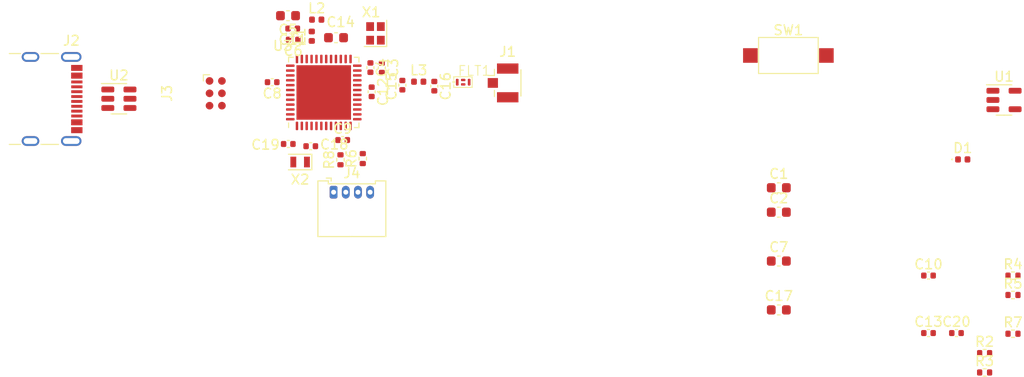
<source format=kicad_pcb>
(kicad_pcb (version 20221018) (generator pcbnew)
  (layers (0 "F.Cu" signal) (1 "In1.Cu" signal) (2 "In2.Cu" signal) (31 "B.Cu" signal) (34 "B.Paste" user) (35 "F.Paste" user) (36 "B.SilkS" user "B.Silkscreen") (37 "F.SilkS" user "F.Silkscreen") (38 "B.Mask" user) (39 "F.Mask" user) (44 "Edge.Cuts" user))
  (net 0 "")
  (net 1 "GND")
  (net 2 "+3.3V")
  (net 3 "/SMPSFB")
  (net 4 "Net-(U3-RF1)")
  (net 5 "Net-(FLT1-IN)")
  (net 6 "/NRST")
  (net 7 "/LSE_OUT")
  (net 8 "/LSE_IN")
  (net 9 "/BOOT0")
  (net 10 "Net-(D1-K)")
  (net 11 "Net-(D1-A)")
  (net 12 "Net-(FLT1-OUT)")
  (net 13 "Net-(J2-CC1)")
  (net 14 "Net-(J2-D+-PadA6)")
  (net 15 "Net-(J2-D--PadA7)")
  (net 17 "Net-(J2-CC2)")
  (net 19 "Net-(J3-SWDIO)")
  (net 20 "Net-(J3-SWCLK)")
  (net 21 "Net-(J3-SWO)")
  (net 22 "Net-(J4-Pin_2)")
  (net 23 "Net-(J4-Pin_3)")
  (net 24 "Net-(U3-VLXSMPS)")
  (net 25 "Net-(L1-Pad2)")
  (net 26 "/HSE_OUT")
  (net 27 "Net-(R5-Pad2)")
  (net 28 "/UART_RX")
  (net 29 "/UART_TX")
  (net 31 "/USB_D+")
  (net 32 "/USB_D-")
  (net 43 "/HSE_IN")
  (net 54 "Net-(U1-EN)")
  (footprint "Resistor_SMD:R_0402_1005Metric" (layer "F.Cu") (at 146.9624 100.2958)
    (fp_text reference "R7" (at 0 -1.17) (layer "F.SilkS"))
    (fp_text value "5K1")
    (fp_line (start -0.153641 -0.38) (end 0.153641 -0.38) (stroke (width 0.12)) (layer "F.SilkS"))
    (fp_line (start -0.153641 0.38) (end 0.153641 0.38) (stroke (width 0.12)) (layer "F.SilkS"))
    (pad "1" smd roundrect (at -0.51 0) (size 0.54 0.64) (layers "F.Cu" "F.Paste" "F.Mask") (net 9 "/BOOT0"))
    (pad "2" smd roundrect (at 0.51 0) (size 0.54 0.64) (layers "F.Cu" "F.Paste" "F.Mask") (net 1 "GND"))
  )
  (footprint "Connector_USB:USB_C_Receptacle_GCT_USB4105-xx-A_16P_TopMnt_Horizontal" (layer "F.Cu") (at 47.2186 76.1746 -90)
    (fp_text reference "J2" (at -5.9944 -3.1242 unlocked) (layer "F.SilkS"))
    (fp_text value "USB_C_Receptacle_USB2.0")
    (fp_line (start -4.67 0) (end -4.67 -1.8) (stroke (width 0.12)) (layer "F.SilkS"))
    (fp_line (start -4.67 2.1) (end -4.67 3.25) (stroke (width 0.12)) (layer "F.SilkS"))
    (fp_line (start 4.67 0) (end 4.67 -1.8) (stroke (width 0.12)) (layer "F.SilkS"))
    (fp_line (start 4.67 2.1) (end 4.67 3.25) (stroke (width 0.12)) (layer "F.SilkS"))
    (pad "" np_thru_hole circle (at -2.89 -2.605 270) (size 0.65 0.65) (drill 0.65) (layers "F&B.Cu" "*.Mask"))
    (pad "" np_thru_hole circle (at 2.89 -2.605 270) (size 0.65 0.65) (drill 0.65) (layers "F&B.Cu" "*.Mask"))
    (pad "A1" smd rect (at -3.2 -3.68 270) (size 0.6 1.15) (layers "F.Cu" "F.Paste" "F.Mask") (net 1 "GND"))
    (pad "A4" smd rect (at -2.4 -3.68 270) (size 0.6 1.15) (layers "F.Cu" "F.Paste" "F.Mask") (net 54 "Net-(U1-EN)"))
    (pad "A5" smd rect (at -1.25 -3.68 270) (size 0.3 1.15) (layers "F.Cu" "F.Paste" "F.Mask") (net 13 "Net-(J2-CC1)"))
    (pad "A6" smd rect (at -0.25 -3.68 270) (size 0.3 1.15) (layers "F.Cu" "F.Paste" "F.Mask") (net 14 "Net-(J2-D+-PadA6)"))
    (pad "A7" smd rect (at 0.25 -3.68 270) (size 0.3 1.15) (layers "F.Cu" "F.Paste" "F.Mask") (net 15 "Net-(J2-D--PadA7)"))
    (pad "A8" smd rect (at 1.25 -3.68 270) (size 0.3 1.15) (layers "F.Cu" "F.Paste" "F.Mask"))
    (pad "A9" smd rect (at 2.4 -3.68 270) (size 0.6 1.15) (layers "F.Cu" "F.Paste" "F.Mask") (net 54 "Net-(U1-EN)"))
    (pad "A12" smd rect (at 3.2 -3.68 270) (size 0.6 1.15) (layers "F.Cu" "F.Paste" "F.Mask") (net 1 "GND"))
    (pad "B1" smd rect (at 3.2 -3.68 270) (size 0.6 1.15) (layers "F.Cu" "F.Paste" "F.Mask") (net 1 "GND"))
    (pad "B4" smd rect (at 2.4 -3.68 270) (size 0.6 1.15) (layers "F.Cu" "F.Paste" "F.Mask") (net 54 "Net-(U1-EN)"))
    (pad "B5" smd rect (at 1.75 -3.68 270) (size 0.3 1.15) (layers "F.Cu" "F.Paste" "F.Mask") (net 17 "Net-(J2-CC2)"))
    (pad "B6" smd rect (at 0.75 -3.68 270) (size 0.3 1.15) (layers "F.Cu" "F.Paste" "F.Mask") (net 14 "Net-(J2-D+-PadA6)"))
    (pad "B7" smd rect (at -0.75 -3.68 270) (size 0.3 1.15) (layers "F.Cu" "F.Paste" "F.Mask") (net 15 "Net-(J2-D--PadA7)"))
    (pad "B8" smd rect (at -1.75 -3.68 270) (size 0.3 1.15) (layers "F.Cu" "F.Paste" "F.Mask"))
    (pad "B9" smd rect (at -2.4 -3.68 270) (size 0.6 1.15) (layers "F.Cu" "F.Paste" "F.Mask") (net 54 "Net-(U1-EN)"))
    (pad "B12" smd rect (at -3.2 -3.68 270) (size 0.6 1.15) (layers "F.Cu" "F.Paste" "F.Mask") (net 1 "GND"))
    (pad "S1" thru_hole oval (at -4.32 -3.105 270) (size 1 2.1) (drill oval 0.6 1.7) (layers "*.Cu" "*.Mask") (net 1 "GND"))
    (pad "S1" thru_hole oval (at -4.32 1.075 270) (size 1 1.8) (drill oval 0.6 1.4) (layers "*.Cu" "*.Mask") (net 1 "GND"))
    (pad "S1" thru_hole oval (at 4.32 -3.105 270) (size 1 2.1) (drill oval 0.6 1.7) (layers "*.Cu" "*.Mask") (net 1 "GND"))
    (pad "S1" thru_hole oval (at 4.32 1.075 270) (size 1 1.8) (drill oval 0.6 1.4) (layers "*.Cu" "*.Mask") (net 1 "GND"))
  )
  (footprint "Inductor_SMD:L_0402_1005Metric" (layer "F.Cu") (at 85.9814 74.3966)
    (fp_text reference "L3" (at 0 -1.17) (layer "F.SilkS"))
    (fp_text value "2n7")
    (pad "1" smd roundrect (at -0.485 0) (size 0.59 0.64) (layers "F.Cu" "F.Paste" "F.Mask") (net 4 "Net-(U3-RF1)"))
    (pad "2" smd roundrect (at 0.485 0) (size 0.59 0.64) (layers "F.Cu" "F.Paste" "F.Mask") (net 5 "Net-(FLT1-IN)"))
  )
  (footprint "Capacitor_SMD:C_0603_1608Metric" (layer "F.Cu") (at 122.9324 85.2958)
    (fp_text reference "C1" (at 0 -1.43) (layer "F.SilkS"))
    (fp_text value "4u7")
    (fp_line (start -0.14058 -0.51) (end 0.14058 -0.51) (stroke (width 0.12)) (layer "F.SilkS"))
    (fp_line (start -0.14058 0.51) (end 0.14058 0.51) (stroke (width 0.12)) (layer "F.SilkS"))
    (pad "1" smd roundrect (at -0.775 0) (size 0.9 0.95) (layers "F.Cu" "F.Paste" "F.Mask") (net 54 "Net-(U1-EN)"))
    (pad "2" smd roundrect (at 0.775 0) (size 0.9 0.95) (layers "F.Cu" "F.Paste" "F.Mask") (net 1 "GND"))
  )
  (footprint "Capacitor_SMD:C_0603_1608Metric" (layer "F.Cu") (at 77.4954 69.8754)
    (fp_text reference "C14" (at 0.4826 -1.6002) (layer "F.SilkS"))
    (fp_text value "4u7")
    (fp_line (start -0.14058 -0.51) (end 0.14058 -0.51) (stroke (width 0.12)) (layer "F.SilkS"))
    (fp_line (start -0.14058 0.51) (end 0.14058 0.51) (stroke (width 0.12)) (layer "F.SilkS"))
    (pad "1" smd roundrect (at -0.775 0) (size 0.9 0.95) (layers "F.Cu" "F.Paste" "F.Mask") (net 3 "/SMPSFB"))
    (pad "2" smd roundrect (at 0.775 0) (size 0.9 0.95) (layers "F.Cu" "F.Paste" "F.Mask") (net 1 "GND"))
  )
  (footprint "Capacitor_SMD:C_0402_1005Metric" (layer "F.Cu") (at 73.0504 68.9356 180)
    (fp_text reference "C11" (at 0 -1.16) (layer "F.SilkS"))
    (fp_text value "100nf")
    (fp_line (start -0.107836 -0.36) (end 0.107836 -0.36) (stroke (width 0.12)) (layer "F.SilkS"))
    (fp_line (start -0.107836 0.36) (end 0.107836 0.36) (stroke (width 0.12)) (layer "F.SilkS"))
    (pad "1" smd roundrect (at -0.48 0 180) (size 0.56 0.62) (layers "F.Cu" "F.Paste" "F.Mask") (net 2 "+3.3V"))
    (pad "2" smd roundrect (at 0.48 0 180) (size 0.56 0.62) (layers "F.Cu" "F.Paste" "F.Mask") (net 1 "GND"))
  )
  (footprint "Resistor_SMD:R_0402_1005Metric" (layer "F.Cu") (at 144.0524 102.2858)
    (fp_text reference "R2" (at 0 -1.17) (layer "F.SilkS"))
    (fp_text value "220")
    (fp_line (start -0.153641 -0.38) (end 0.153641 -0.38) (stroke (width 0.12)) (layer "F.SilkS"))
    (fp_line (start -0.153641 0.38) (end 0.153641 0.38) (stroke (width 0.12)) (layer "F.SilkS"))
    (pad "1" smd roundrect (at -0.51 0) (size 0.54 0.64) (layers "F.Cu" "F.Paste" "F.Mask") (net 1 "GND"))
    (pad "2" smd roundrect (at 0.51 0) (size 0.54 0.64) (layers "F.Cu" "F.Paste" "F.Mask") (net 10 "Net-(D1-K)"))
  )
  (footprint "Resistor_SMD:R_0402_1005Metric" (layer "F.Cu") (at 144.0524 104.2758)
    (fp_text reference "R3" (at 0 -1.17) (layer "F.SilkS"))
    (fp_text value "5K1")
    (fp_line (start -0.153641 -0.38) (end 0.153641 -0.38) (stroke (width 0.12)) (layer "F.SilkS"))
    (fp_line (start -0.153641 0.38) (end 0.153641 0.38) (stroke (width 0.12)) (layer "F.SilkS"))
    (pad "1" smd roundrect (at -0.51 0) (size 0.54 0.64) (layers "F.Cu" "F.Paste" "F.Mask") (net 17 "Net-(J2-CC2)"))
    (pad "2" smd roundrect (at 0.51 0) (size 0.54 0.64) (layers "F.Cu" "F.Paste" "F.Mask") (net 1 "GND"))
  )
  (footprint "Crystal:Crystal_SMD_2016-4Pin_2.0x1.6mm" (layer "F.Cu") (at 81.5428 69.4324 90)
    (fp_text reference "X1" (at 2.1732 -0.4406 180) (layer "F.SilkS"))
    (fp_text value "32MHz")
    (fp_line (start -1.35 -1.15) (end -1.35 1.15) (stroke (width 0.12)) (layer "F.SilkS"))
    (fp_line (start -1.35 1.15) (end 1.35 1.15) (stroke (width 0.12)) (layer "F.SilkS"))
    (pad "1" smd rect (at -0.7 0.55 90) (size 0.9 0.8) (layers "F.Cu" "F.Paste" "F.Mask") (net 26 "/HSE_OUT"))
    (pad "2" smd rect (at 0.7 0.55 90) (size 0.9 0.8) (layers "F.Cu" "F.Paste" "F.Mask") (net 1 "GND"))
    (pad "3" smd rect (at 0.7 -0.55 90) (size 0.9 0.8) (layers "F.Cu" "F.Paste" "F.Mask") (net 43 "/HSE_IN"))
    (pad "4" smd rect (at -0.7 -0.55 90) (size 0.9 0.8) (layers "F.Cu" "F.Paste" "F.Mask") (net 1 "GND"))
  )
  (footprint "Capacitor_SMD:C_0402_1005Metric" (layer "F.Cu") (at 138.2924 94.3158)
    (fp_text reference "C10" (at 0 -1.16) (layer "F.SilkS"))
    (fp_text value "100nf")
    (fp_line (start -0.107836 -0.36) (end 0.107836 -0.36) (stroke (width 0.12)) (layer "F.SilkS"))
    (fp_line (start -0.107836 0.36) (end 0.107836 0.36) (stroke (width 0.12)) (layer "F.SilkS"))
    (pad "1" smd roundrect (at -0.48 0) (size 0.56 0.62) (layers "F.Cu" "F.Paste" "F.Mask") (net 2 "+3.3V"))
    (pad "2" smd roundrect (at 0.48 0) (size 0.56 0.62) (layers "F.Cu" "F.Paste" "F.Mask") (net 1 "GND"))
  )
  (footprint "Capacitor_SMD:C_0402_1005Metric" (layer "F.Cu") (at 73.1012 70.0786 180)
    (fp_text reference "C6" (at 0 -1.16) (layer "F.SilkS"))
    (fp_text value "100nf")
    (fp_line (start -0.107836 -0.36) (end 0.107836 -0.36) (stroke (width 0.12)) (layer "F.SilkS"))
    (fp_line (start -0.107836 0.36) (end 0.107836 0.36) (stroke (width 0.12)) (layer "F.SilkS"))
    (pad "1" smd roundrect (at -0.48 0 180) (size 0.56 0.62) (layers "F.Cu" "F.Paste" "F.Mask") (net 2 "+3.3V"))
    (pad "2" smd roundrect (at 0.48 0 180) (size 0.56 0.62) (layers "F.Cu" "F.Paste" "F.Mask") (net 1 "GND"))
  )
  (footprint "DLF162500LT-5028A1_Library:DLF162500LT-5028A1" (layer "F.Cu") (at 90.5451 74.4474)
    (fp_text reference "FLT1" (at 1.143 -1.1684 unlocked) (layer "F.SilkS") (effects (font (thickness 0.1))))
    (fp_text value "DLF162500LT-5028A1")
    (fp_line (start -0.9906 -0.5588) (end 0.9144 -0.5588) (stroke (width 0.1)) (layer "F.SilkS"))
    (fp_line (start -0.9652 -0.2667) (end -0.9652 -0.5461) (stroke (width 0.1)) (layer "F.SilkS"))
    (fp_line (start -0.9652 0.5334) (end -0.9652 0.254) (stroke (width 0.1)) (layer "F.SilkS"))
    (fp_line (start 0.9144 -0.5588) (end 0.9144 0.508) (stroke (width 0.1)) (layer "F.SilkS"))
    (fp_line (start 0.9398 0.5334) (end -0.9652 0.5334) (stroke (width 0.1)) (layer "F.SilkS"))
    (fp_circle (center -0.9652 -0.0254) (end -1.016 -0.1016) (stroke (width 0.1)) (fill none) (layer "F.SilkS"))
    (pad "1" smd roundrect (at -0.6125 0) (size 0.275 0.7) (layers "F.Cu" "F.Paste" "F.Mask") (net 5 "Net-(FLT1-IN)"))
    (pad "2" smd roundrect (at 0 -0.2275) (size 0.45 0.245) (layers "F.Cu" "F.Paste" "F.Mask") (net 1 "GND"))
    (pad "3" smd roundrect (at 0.6125 0) (size 0.275 0.7) (layers "F.Cu" "F.Paste" "F.Mask") (net 12 "Net-(FLT1-OUT)"))
    (pad "4" smd roundrect (at 0 0.2275) (size 0.45 0.245) (layers "F.Cu" "F.Paste" "F.Mask") (net 1 "GND"))
  )
  (footprint "Resistor_SMD:R_0402_1005Metric" (layer "F.Cu") (at 146.9624 94.3258)
    (fp_text reference "R4" (at 0 -1.17) (layer "F.SilkS"))
    (fp_text value "5K1")
    (fp_line (start -0.153641 -0.38) (end 0.153641 -0.38) (stroke (width 0.12)) (layer "F.SilkS"))
    (fp_line (start -0.153641 0.38) (end 0.153641 0.38) (stroke (width 0.12)) (layer "F.SilkS"))
    (pad "1" smd roundrect (at -0.51 0) (size 0.54 0.64) (layers "F.Cu" "F.Paste" "F.Mask") (net 13 "Net-(J2-CC1)"))
    (pad "2" smd roundrect (at 0.51 0) (size 0.54 0.64) (layers "F.Cu" "F.Paste" "F.Mask") (net 1 "GND"))
  )
  (footprint "Capacitor_SMD:C_0603_1608Metric" (layer "F.Cu") (at 122.9324 92.8258)
    (fp_text reference "C7" (at 0 -1.43) (layer "F.SilkS"))
    (fp_text value "4u7")
    (fp_line (start -0.14058 -0.51) (end 0.14058 -0.51) (stroke (width 0.12)) (layer "F.SilkS"))
    (fp_line (start -0.14058 0.51) (end 0.14058 0.51) (stroke (width 0.12)) (layer "F.SilkS"))
    (pad "1" smd roundrect (at -0.775 0) (size 0.9 0.95) (layers "F.Cu" "F.Paste" "F.Mask") (net 2 "+3.3V"))
    (pad "2" smd roundrect (at 0.775 0) (size 0.9 0.95) (layers "F.Cu" "F.Paste" "F.Mask") (net 1 "GND"))
  )
  (footprint "Package_TO_SOT_SMD:SOT-23-6" (layer "F.Cu") (at 55.2141 76.1492)
    (fp_text reference "U2" (at 0 -2.4) (layer "F.SilkS"))
    (fp_text value "USBLC6-2SC6")
    (fp_line (start 0 -1.56) (end -1.8 -1.56) (stroke (width 0.12)) (layer "F.SilkS"))
    (fp_line (start 0 -1.56) (end 0.8 -1.56) (stroke (width 0.12)) (layer "F.SilkS"))
    (fp_line (start 0 1.56) (end -0.8 1.56) (stroke (width 0.12)) (layer "F.SilkS"))
    (fp_line (start 0 1.56) (end 0.8 1.56) (stroke (width 0.12)) (layer "F.SilkS"))
    (pad "1" smd roundrect (at -1.1375 -0.95) (size 1.325 0.6) (layers "F.Cu" "F.Paste" "F.Mask") (net 15 "Net-(J2-D--PadA7)"))
    (pad "2" smd roundrect (at -1.1375 0) (size 1.325 0.6) (layers "F.Cu" "F.Paste" "F.Mask") (net 1 "GND"))
    (pad "3" smd roundrect (at -1.1375 0.95) (size 1.325 0.6) (layers "F.Cu" "F.Paste" "F.Mask") (net 14 "Net-(J2-D+-PadA6)"))
    (pad "4" smd roundrect (at 1.1375 0.95) (size 1.325 0.6) (layers "F.Cu" "F.Paste" "F.Mask") (net 31 "/USB_D+"))
    (pad "5" smd roundrect (at 1.1375 0) (size 1.325 0.6) (layers "F.Cu" "F.Paste" "F.Mask") (net 54 "Net-(U1-EN)"))
    (pad "6" smd roundrect (at 1.1375 -0.95) (size 1.325 0.6) (layers "F.Cu" "F.Paste" "F.Mask") (net 32 "/USB_D-"))
  )
  (footprint "Resistor_SMD:R_0402_1005Metric" (layer "F.Cu") (at 146.9624 96.3158)
    (fp_text reference "R5" (at 0 -1.17) (layer "F.SilkS"))
    (fp_text value "100")
    (fp_line (start -0.153641 -0.38) (end 0.153641 -0.38) (stroke (width 0.12)) (layer "F.SilkS"))
    (fp_line (start -0.153641 0.38) (end 0.153641 0.38) (stroke (width 0.12)) (layer "F.SilkS"))
    (pad "1" smd roundrect (at -0.51 0) (size 0.54 0.64) (layers "F.Cu" "F.Paste" "F.Mask") (net 9 "/BOOT0"))
    (pad "2" smd roundrect (at 0.51 0) (size 0.54 0.64) (layers "F.Cu" "F.Paste" "F.Mask") (net 27 "Net-(R5-Pad2)"))
  )
  (footprint "Capacitor_SMD:C_0402_1005Metric" (layer "F.Cu") (at 78.1786 80.391)
    (fp_text reference "C9" (at 0 -1.16) (layer "F.SilkS"))
    (fp_text value "100nf")
    (fp_line (start -0.107836 -0.36) (end 0.107836 -0.36) (stroke (width 0.12)) (layer "F.SilkS"))
    (fp_line (start -0.107836 0.36) (end 0.107836 0.36) (stroke (width 0.12)) (layer "F.SilkS"))
    (pad "1" smd roundrect (at -0.48 0) (size 0.56 0.62) (layers "F.Cu" "F.Paste" "F.Mask") (net 2 "+3.3V"))
    (pad "2" smd roundrect (at 0.48 0) (size 0.56 0.62) (layers "F.Cu" "F.Paste" "F.Mask") (net 1 "GND"))
  )
  (footprint "Connector_Molex:Molex_PicoBlade_53048-0410_1x04_P1.25mm_Horizontal" (layer "F.Cu") (at 77.246 85.7522)
    (fp_text reference "J4" (at 1.88 -1.95) (layer "F.SilkS"))
    (fp_text value "Conn_01x04")
    (fp_line (start -1.61 -1.16) (end -1.61 4.56) (stroke (width 0.12)) (layer "F.SilkS"))
    (fp_line (start -1.61 4.56) (end 1.875 4.56) (stroke (width 0.12)) (layer "F.SilkS"))
    (fp_line (start -0.54 -1.16) (end -1.61 -1.16) (stroke (width 0.12)) (layer "F.SilkS"))
    (fp_line (start -0.54 -0.86) (end -0.54 -1.16) (stroke (width 0.12)) (layer "F.SilkS"))
    (fp_line (start -0.25 -1.45) (end -0.75 -1.45) (stroke (width 0.12)) (layer "F.SilkS"))
    (fp_line (start -0.25 -1.15) (end -0.25 -1.45) (stroke (width 0.12)) (layer "F.SilkS"))
    (fp_line (start 1.875 -0.86) (end -0.54 -0.86) (stroke (width 0.12)) (layer "F.SilkS"))
    (fp_line (start 1.875 -0.86) (end 4.29 -0.86) (stroke (width 0.12)) (layer "F.SilkS"))
    (fp_line (start 4.29 -1.16) (end 5.36 -1.16) (stroke (width 0.12)) (layer "F.SilkS"))
    (fp_line (start 4.29 -0.86) (end 4.29 -1.16) (stroke (width 0.12)) (layer "F.SilkS"))
    (fp_line (start 5.36 -1.16) (end 5.36 4.56) (stroke (width 0.12)) (layer "F.SilkS"))
    (fp_line (start 5.36 4.56) (end 1.875 4.56) (stroke (width 0.12)) (layer "F.SilkS"))
    (pad "1" thru_hole roundrect (at 0 0) (size 0.8 1.3) (drill 0.5) (layers "*.Cu" "*.Mask") (net 2 "+3.3V"))
    (pad "2" thru_hole oval (at 1.25 0) (size 0.8 1.3) (drill 0.5) (layers "*.Cu" "*.Mask") (net 22 "Net-(J4-Pin_2)"))
    (pad "3" thru_hole oval (at 2.5 0) (size 0.8 1.3) (drill 0.5) (layers "*.Cu" "*.Mask") (net 23 "Net-(J4-Pin_3)"))
    (pad "4" thru_hole oval (at 3.75 0) (size 0.8 1.3) (drill 0.5) (layers "*.Cu" "*.Mask") (net 1 "GND"))
  )
  (footprint "Capacitor_SMD:C_0402_1005Metric" (layer "F.Cu") (at 84.3026 74.7522 -90)
    (fp_text reference "C15" (at 0.1016 1.1176 -90) (layer "F.SilkS"))
    (fp_text value "0p8")
    (fp_line (start -0.107836 -0.36) (end 0.107836 -0.36) (stroke (width 0.12)) (layer "F.SilkS"))
    (fp_line (start -0.107836 0.36) (end 0.107836 0.36) (stroke (width 0.12)) (layer "F.SilkS"))
    (pad "1" smd roundrect (at -0.48 0 270) (size 0.56 0.62) (layers "F.Cu" "F.Paste" "F.Mask") (net 4 "Net-(U3-RF1)"))
    (pad "2" smd roundrect (at 0.48 0 270) (size 0.56 0.62) (layers "F.Cu" "F.Paste" "F.Mask") (net 1 "GND"))
  )
  (footprint "Capacitor_SMD:C_0402_1005Metric" (layer "F.Cu") (at 82.1944 72.9742 -90)
    (fp_text reference "C3" (at 0 -1.16 90) (layer "F.SilkS"))
    (fp_text value "100pf")
    (fp_line (start -0.107836 -0.36) (end 0.107836 -0.36) (stroke (width 0.12)) (layer "F.SilkS"))
    (fp_line (start -0.107836 0.36) (end 0.107836 0.36) (stroke (width 0.12)) (layer "F.SilkS"))
    (pad "1" smd roundrect (at -0.48 0 270) (size 0.56 0.62) (layers "F.Cu" "F.Paste" "F.Mask") (net 2 "+3.3V"))
    (pad "2" smd roundrect (at 0.48 0 270) (size 0.56 0.62) (layers "F.Cu" "F.Paste" "F.Mask") (net 1 "GND"))
  )
  (footprint "Capacitor_SMD:C_0402_1005Metric" (layer "F.Cu") (at 138.2924 100.2258)
    (fp_text reference "C13" (at 0 -1.16) (layer "F.SilkS"))
    (fp_text value "100nf")
    (fp_line (start -0.107836 -0.36) (end 0.107836 -0.36) (stroke (width 0.12)) (layer "F.SilkS"))
    (fp_line (start -0.107836 0.36) (end 0.107836 0.36) (stroke (width 0.12)) (layer "F.SilkS"))
    (pad "1" smd roundrect (at -0.48 0) (size 0.56 0.62) (layers "F.Cu" "F.Paste" "F.Mask") (net 2 "+3.3V"))
    (pad "2" smd roundrect (at 0.48 0) (size 0.56 0.62) (layers "F.Cu" "F.Paste" "F.Mask") (net 1 "GND"))
  )
  (footprint "Resistor_SMD:R_0402_1005Metric" (layer "F.Cu") (at 80.2386 82.298 90)
    (fp_text reference "R6" (at 0 -1.17 90) (layer "F.SilkS"))
    (fp_text value "220")
    (fp_line (start -0.153641 -0.38) (end 0.153641 -0.38) (stroke (width 0.12)) (layer "F.SilkS"))
    (fp_line (start -0.153641 0.38) (end 0.153641 0.38) (stroke (width 0.12)) (layer "F.SilkS"))
    (pad "1" smd roundrect (at -0.51 0 90) (size 0.54 0.64) (layers "F.Cu" "F.Paste" "F.Mask") (net 22 "Net-(J4-Pin_2)"))
    (pad "2" smd roundrect (at 0.51 0 90) (size 0.54 0.64) (layers "F.Cu" "F.Paste" "F.Mask") (net 28 "/UART_RX"))
  )
  (footprint "Package_DFN_QFN:QFN-48-1EP_7x7mm_P0.5mm_EP5.6x5.6mm" (layer "F.Cu") (at 76.2366 75.503 90)
    (fp_text reference "U3" (at 4.7894 -4.2022 180) (layer "F.SilkS"))
    (fp_text value "STM32WB55CCU6")
    (fp_line (start -3.61 3.61) (end -3.61 3.135) (stroke (width 0.12)) (layer "F.SilkS"))
    (fp_line (start -3.135 -3.61) (end -3.61 -3.61) (stroke (width 0.12)) (layer "F.SilkS"))
    (fp_line (start -3.135 3.61) (end -3.61 3.61) (stroke (width 0.12)) (layer "F.SilkS"))
    (fp_line (start 3.135 -3.61) (end 3.61 -3.61) (stroke (width 0.12)) (layer "F.SilkS"))
    (fp_line (start 3.135 3.61) (end 3.61 3.61) (stroke (width 0.12)) (layer "F.SilkS"))
    (fp_line (start 3.61 -3.61) (end 3.61 -3.135) (stroke (width 0.12)) (layer "F.SilkS"))
    (fp_line (start 3.61 3.61) (end 3.61 3.135) (stroke (width 0.12)) (layer "F.SilkS"))
    (pad "1" smd roundrect (at -3.4375 -2.75 90) (size 0.875 0.25) (layers "F.Cu" "F.Paste" "F.Mask") (net 2 "+3.3V"))
    (pad "2" smd roundrect (at -3.4375 -2.25 90) (size 0.875 0.25) (layers "F.Cu" "F.Paste" "F.Mask") (net 8 "/LSE_IN"))
    (pad "3" smd roundrect (at -3.4375 -1.75 90) (size 0.875 0.25) (layers "F.Cu" "F.Paste" "F.Mask") (net 7 "/LSE_OUT"))
    (pad "4" smd roundrect (at -3.4375 -1.25 90) (size 0.875 0.25) (layers "F.Cu" "F.Paste" "F.Mask") (net 9 "/BOOT0"))
    (pad "5" smd roundrect (at -3.4375 -0.75 90) (size 0.875 0.25) (layers "F.Cu" "F.Paste" "F.Mask"))
    (pad "6" smd roundrect (at -3.4375 -0.25 90) (size 0.875 0.25) (layers "F.Cu" "F.Paste" "F.Mask"))
    (pad "7" smd roundrect (at -3.4375 0.25 90) (size 0.875 0.25) (layers "F.Cu" "F.Paste" "F.Mask") (net 6 "/NRST"))
    (pad "8" smd roundrect (at -3.4375 0.75 90) (size 0.875 0.25) (layers "F.Cu" "F.Paste" "F.Mask") (net 2 "+3.3V"))
    (pad "9" smd roundrect (at -3.4375 1.25 90) (size 0.875 0.25) (layers "F.Cu" "F.Paste" "F.Mask"))
    (pad "10" smd roundrect (at -3.4375 1.75 90) (size 0.875 0.25) (layers "F.Cu" "F.Paste" "F.Mask"))
    (pad "11" smd roundrect (at -3.4375 2.25 90) (size 0.875 0.25) (layers "F.Cu" "F.Paste" "F.Mask") (net 29 "/UART_TX"))
    (pad "12" smd roundrect (at -3.4375 2.75 90) (size 0.875 0.25) (layers "F.Cu" "F.Paste" "F.Mask") (net 28 "/UART_RX"))
    (pad "13" smd roundrect (at -2.75 3.4375 90) (size 0.25 0.875) (layers "F.Cu" "F.Paste" "F.Mask"))
    (pad "14" smd roundrect (at -2.25 3.4375 90) (size 0.25 0.875) (layers "F.Cu" "F.Paste" "F.Mask"))
    (pad "15" smd roundrect (at -1.75 3.4375 90) (size 0.25 0.875) (layers "F.Cu" "F.Paste" "F.Mask"))
    (pad "16" smd roundrect (at -1.25 3.4375 90) (size 0.25 0.875) (layers "F.Cu" "F.Paste" "F.Mask") (net 11 "Net-(D1-A)"))
    (pad "17" smd roundrect (at -0.75 3.4375 90) (size 0.25 0.875) (layers "F.Cu" "F.Paste" "F.Mask"))
    (pad "18" smd roundrect (at -0.25 3.4375 90) (size 0.25 0.875) (layers "F.Cu" "F.Paste" "F.Mask"))
    (pad "19" smd roundrect (at 0.25 3.4375 90) (size 0.25 0.875) (layers "F.Cu" "F.Paste" "F.Mask"))
    (pad "20" smd roundrect (at 0.75 3.4375 90) (size 0.25 0.875) (layers "F.Cu" "F.Paste" "F.Mask") (net 2 "+3.3V"))
    (pad "21" smd roundrect (at 1.25 3.4375 90) (size 0.25 0.875) (layers "F.Cu" "F.Paste" "F.Mask") (net 4 "Net-(U3-RF1)"))
    (pad "22" smd roundrect (at 1.75 3.4375 90) (size 0.25 0.875) (layers "F.Cu" "F.Paste" "F.Mask") (net 1 "GND"))
    (pad "23" smd roundrect (at 2.25 3.4375 90) (size 0.25 0.875) (layers "F.Cu" "F.Paste" "F.Mask") (net 2 "+3.3V"))
    (pad "24" smd roundrect (at 2.75 3.4375 90) (size 0.25 0.875) (layers "F.Cu" "F.Paste" "F.Mask") (net 26 "/HSE_OUT"))
    (pad "25" smd roundrect (at 3.4375 2.75 90) (size 0.875 0.25) (layers "F.Cu" "F.Paste" "F.Mask") (net 43 "/HSE_IN"))
    (pad "26" smd roundrect (at 3.4375 2.25 90) (size 0.875 0.25) (layers "F.Cu" "F.Paste" "F.Mask"))
    (pad "27" smd roundrect (at 3.4375 1.75 90) (size 0.875 0.25) (layers "F.Cu" "F.Paste" "F.Mask"))
    (pad "28" smd roundrect (at 3.4375 1.25 90) (size 0.875 0.25) (layers "F.Cu" "F.Paste" "F.Mask"))
    (pad "29" smd roundrect (at 3.4375 0.75 90) (size 0.875 0.25) (layers "F.Cu" "F.Paste" "F.Mask"))
    (pad "30" smd roundrect (at 3.4375 0.25 90) (size 0.875 0.25) (layers "F.Cu" "F.Paste" "F.Mask"))
    (pad "31" smd roundrect (at 3.4375 -0.25 90) (size 0.875 0.25) (layers "F.Cu" "F.Paste" "F.Mask") (net 3 "/SMPSFB"))
    (pad "32" smd roundrect (at 3.4375 -0.75 90) (size 0.875 0.25) (layers "F.Cu" "F.Paste" "F.Mask") (net 1 "GND"))
    (pad "33" smd roundrect (at 3.4375 -1.25 90) (size 0.875 0.25) (layers "F.Cu" "F.Paste" "F.Mask") (net 24 "Net-(U3-VLXSMPS)"))
    (pad "34" smd roundrect (at 3.4375 -1.75 90) (size 0.875 0.25) (layers "F.Cu" "F.Paste" "F.Mask") (net 2 "+3.3V"))
    (pad "35" smd roundrect (at 3.4375 -2.25 90) (size 0.875 0.25) (layers "F.Cu" "F.Paste" "F.Mask") (net 2 "+3.3V"))
    (pad "36" smd roundrect (at 3.4375 -2.75 90) (size 0.875 0.25) (layers "F.Cu" "F.Paste" "F.Mask"))
    (pad "37" smd roundrect (at 2.75 -3.4375 90) (size 0.25 0.875) (layers "F.Cu" "F.Paste" "F.Mask") (net 32 "/USB_D-"))
    (pad "38" smd roundrect (at 2.25 -3.4375 90) (size 0.25 0.875) (layers "F.Cu" "F.Paste" "F.Mask") (net 31 "/USB_D+"))
    (pad "39" smd roundrect (at 1.75 -3.4375 90) (size 0.25 0.875) (layers "F.Cu" "F.Paste" "F.Mask") (net 19 "Net-(J3-SWDIO)"))
    (pad "40" smd roundrect (at 1.25 -3.4375 90) (size 0.25 0.875) (layers "F.Cu" "F.Paste" "F.Mask") (net 2 "+3.3V"))
    (pad "41" smd roundrect (at 0.75 -3.4375 90) (size 0.25 0.875) (layers "F.Cu" "F.Paste" "F.Mask") (net 20 "Net-(J3-SWCLK)"))
    (pad "42" smd roundrect (at 0.25 -3.4375 90) (size 0.25 0.875) (layers "F.Cu" "F.Paste" "F.Mask"))
    (pad "43" smd roundrect (at -0.25 -3.4375 90) (size 0.25 0.875) (layers "F.Cu" "F.Paste" "F.Mask") (net 21 "Net-(J3-SWO)"))
    (pad "44" smd roundrect (at -0.75 -3.4375 90) (size 0.25 0.875) (layers "F.Cu" "F.Paste" "F.Mask"))
    (pad "45" smd roundrect (at -1.25 -3.4375 90) (size 0.25 0.875) (layers "F.Cu" "F.Paste" "F.Mask"))
    (pad "46" smd roundrect (at -1.75 -3.4375 90) (size 0.25 0.875) (layers "F.Cu" "F.Paste" "F.Mask"))
    (pad "47" smd roundrect (at -2.25 -3.4375 90) (size 0.25 0.875) (layers "F.Cu" "F.Paste" "F.Mask"))
    (pad "48" smd roundrect (at -2.75 -3.4375 90) (size 0.25 0.875) (layers "F.Cu" "F.Paste" "F.Mask") (net 2 "+3.3V"))
    (pad "49" smd rect (at 0 0 90) (size 5.6 5.6) (layers "F.Cu" "F.Mask") (net 1 "GND"))
  )
  (footprint "Capacitor_SMD:C_0402_1005Metric" (layer "F.Cu") (at 70.9422 74.4474 180)
    (fp_text reference "C8" (at 0 -1.16) (layer "F.SilkS"))
    (fp_text value "100nf")
    (fp_line (start -0.107836 -0.36) (end 0.107836 -0.36) (stroke (width 0.12)) (layer "F.SilkS"))
    (fp_line (start -0.107836 0.36) (end 0.107836 0.36) (stroke (width 0.12)) (layer "F.SilkS"))
    (pad "1" smd roundrect (at -0.48 0 180) (size 0.56 0.62) (layers "F.Cu" "F.Paste" "F.Mask") (net 2 "+3.3V"))
    (pad "2" smd roundrect (at 0.48 0 180) (size 0.56 0.62) (layers "F.Cu" "F.Paste" "F.Mask") (net 1 "GND"))
  )
  (footprint "Resistor_SMD:R_0402_1005Metric" (layer "F.Cu") (at 77.9526 82.423 90)
    (fp_text reference "R8" (at 0 -1.17 90) (layer "F.SilkS"))
    (fp_text value "220")
    (fp_line (start -0.153641 -0.38) (end 0.153641 -0.38) (stroke (width 0.12)) (layer "F.SilkS"))
    (fp_line (start -0.153641 0.38) (end 0.153641 0.38) (stroke (width 0.12)) (layer "F.SilkS"))
    (pad "1" smd roundrect (at -0.51 0 90) (size 0.54 0.64) (layers "F.Cu" "F.Paste" "F.Mask") (net 23 "Net-(J4-Pin_3)"))
    (pad "2" smd roundrect (at 0.51 0 90) (size 0.54 0.64) (layers "F.Cu" "F.Paste" "F.Mask") (net 29 "/UART_TX"))
  )
  (footprint "Connector:Tag-Connect_TC2030-IDC-FP_2x03_P1.27mm_Vertical" (layer "F.Cu") (at 65.151 75.5904 -90)
    (fp_text reference "J3" (at 0 5 90) (layer "F.SilkS"))
    (fp_text value "Conn_ARM_SWD_TagConnect_TC2030")
    (fp_line (start -1.905 1.27) (end -1.905 0.635) (stroke (width 0.12)) (layer "F.SilkS"))
    (fp_line (start -1.27 1.27) (end -1.905 1.27) (stroke (width 0.12)) (layer "F.SilkS"))
    (pad "" np_thru_hole circle (at -2.54 -2.54 270) (size 2.3749 2.3749) (drill 2.3749) (layers "*.Cu" "*.Mask"))
    (pad "" np_thru_hole circle (at -2.54 0 270) (size 0.9906 0.9906) (drill 0.9906) (layers "*.Cu" "*.Mask"))
    (pad "" np_thru_hole circle (at -2.54 2.54 270) (size 2.3749 2.3749) (drill 2.3749) (layers "*.Cu" "*.Mask"))
    (pad "" np_thru_hole circle (at 0.635 -2.54 270) (size 2.3749 2.3749) (drill 2.3749) (layers "*.Cu" "*.Mask"))
    (pad "" np_thru_hole circle (at 0.635 2.54 270) (size 2.3749 2.3749) (drill 2.3749) (layers "*.Cu" "*.Mask"))
    (pad "" np_thru_hole circle (at 2.54 -1.016 270) (size 0.9906 0.9906) (drill 0.9906) (layers "*.Cu" "*.Mask"))
    (pad "" np_thru_hole circle (at 2.54 1.016 270) (size 0.9906 0.9906) (drill 0.9906) (layers "*.Cu" "*.Mask"))
    (pad "1" connect circle (at -1.27 0.635 270) (size 0.7874 0.7874) (layers "F.Cu" "F.Mask") (net 2 "+3.3V"))
    (pad "2" connect circle (at -1.27 -0.635 270) (size 0.7874 0.7874) (layers "F.Cu" "F.Mask") (net 19 "Net-(J3-SWDIO)"))
    (pad "3" connect circle (at 0 0.635 270) (size 0.7874 0.7874) (layers "F.Cu" "F.Mask") (net 6 "/NRST"))
    (pad "4" connect circle (at 0 -0.635 270) (size 0.7874 0.7874) (layers "F.Cu" "F.Mask") (net 20 "Net-(J3-SWCLK)"))
    (pad "5" connect circle (at 1.27 0.635 270) (size 0.7874 0.7874) (layers "F.Cu" "F.Mask") (net 1 "GND"))
    (pad "6" connect circle (at 1.27 -0.635 270) (size 0.7874 0.7874) (layers "F.Cu" "F.Mask") (net 21 "Net-(J3-SWO)"))
  )
  (footprint "Connector_Coaxial:U.FL_Hirose_U.FL-R-SMT-1_Vertical" (layer "F.Cu") (at 94.6374 74.5236)
    (fp_text reference "J1" (at 0.475 -3.2) (layer "F.SilkS"))
    (fp_text value "Conn_Coaxial")
    (fp_line (start -0.885 -1.4) (end -0.885 -0.76) (stroke (width 0.12)) (layer "F.SilkS"))
    (fp_line (start -0.885 -0.76) (end -1.515 -0.76) (stroke (width 0.12)) (layer "F.SilkS"))
    (fp_line (start -0.885 1.4) (end -0.885 0.76) (stroke (width 0.12)) (layer "F.SilkS"))
    (fp_line (start 1.835 -1.35) (end 1.835 1.35) (stroke (width 0.12)) (layer "F.SilkS"))
    (pad "1" smd rect (at -1.05 0) (size 1.05 1) (layers "F.Cu" "F.Paste" "F.Mask") (net 12 "Net-(FLT1-OUT)"))
    (pad "2" smd rect (at 0.475 -1.475) (size 2.2 1.05) (layers "F.Cu" "F.Paste" "F.Mask") (net 1 "GND"))
    (pad "2" smd rect (at 0.475 1.475) (size 2.2 1.05) (layers "F.Cu" "F.Paste" "F.Mask") (net 1 "GND"))
  )
  (footprint "Package_TO_SOT_SMD:SOT-23-5" (layer "F.Cu") (at 146.0424 76.2758)
    (fp_text reference "U1" (at 0 -2.4) (layer "F.SilkS"))
    (fp_text value "MIC5365-3.3YD5")
    (fp_line (start 0 -1.56) (end -1.8 -1.56) (stroke (width 0.12)) (layer "F.SilkS"))
    (fp_line (start 0 -1.56) (end 0.8 -1.56) (stroke (width 0.12)) (layer "F.SilkS"))
    (fp_line (start 0 1.56) (end -0.8 1.56) (stroke (width 0.12)) (layer "F.SilkS"))
    (fp_line (start 0 1.56) (end 0.8 1.56) (stroke (width 0.12)) (layer "F.SilkS"))
    (pad "1" smd roundrect (at -1.1375 -0.95) (size 1.325 0.6) (layers "F.Cu" "F.Paste" "F.Mask") (net 54 "Net-(U1-EN)"))
    (pad "2" smd roundrect (at -1.1375 0) (size 1.325 0.6) (layers "F.Cu" "F.Paste" "F.Mask") (net 1 "GND"))
    (pad "3" smd roundrect (at -1.1375 0.95) (size 1.325 0.6) (layers "F.Cu" "F.Paste" "F.Mask") (net 54 "Net-(U1-EN)"))
    (pad "4" smd roundrect (at 1.1375 0.95) (size 1.325 0.6) (layers "F.Cu" "F.Paste" "F.Mask"))
    (pad "5" smd roundrect (at 1.1375 -0.95) (size 1.325 0.6) (layers "F.Cu" "F.Paste" "F.Mask") (net 2 "+3.3V"))
  )
  (footprint "Button_Switch_SMD:SW_SPST_CK_RS282G05A3" (layer "F.Cu") (at 123.915 71.7042)
    (fp_text reference "SW1" (at 0 -2.6) (layer "F.SilkS"))
    (fp_text value "SW_Push")
    (fp_line (start -3.06 -1.85) (end 3.06 -1.85) (stroke (width 0.12)) (layer "F.SilkS"))
    (fp_line (start -3.06 1.85) (end -3.06 -1.85) (stroke (width 0.12)) (layer "F.SilkS"))
    (fp_line (start 3.06 -1.85) (end 3.06 1.85) (stroke (width 0.12)) (layer "F.SilkS"))
    (fp_line (start 3.06 1.85) (end -3.06 1.85) (stroke (width 0.12)) (layer "F.SilkS"))
    (pad "1" smd rect (at -3.9 0) (size 1.5 1.5) (layers "F.Cu" "F.Paste" "F.Mask") (net 27 "Net-(R5-Pad2)"))
    (pad "2" smd rect (at 3.9 0) (size 1.5 1.5) (layers "F.Cu" "F.Paste" "F.Mask") (net 2 "+3.3V"))
  )
  (footprint "Capacitor_SMD:C_0402_1005Metric" (layer "F.Cu") (at 81.153 75.438 -90)
    (fp_text reference "C12" (at 0 -1.16 90) (layer "F.SilkS"))
    (fp_text value "100nf")
    (fp_line (start -0.107836 -0.36) (end 0.107836 -0.36) (stroke (width 0.12)) (layer "F.SilkS"))
    (fp_line (start -0.107836 0.36) (end 0.107836 0.36) (stroke (width 0.12)) (layer "F.SilkS"))
    (pad "1" smd roundrect (at -0.48 0 270) (size 0.56 0.62) (layers "F.Cu" "F.Paste" "F.Mask") (net 2 "+3.3V"))
    (pad "2" smd roundrect (at 0.48 0 270) (size 0.56 0.62) (layers "F.Cu" "F.Paste" "F.Mask") (net 1 "GND"))
  )
  (footprint "Capacitor_SMD:C_0603_1608Metric" (layer "F.Cu") (at 122.9324 97.8458)
    (fp_text reference "C17" (at 0 -1.43) (layer "F.SilkS"))
    (fp_text value "4u7")
    (fp_line (start -0.14058 -0.51) (end 0.14058 -0.51) (stroke (width 0.12)) (layer "F.SilkS"))
    (fp_line (start -0.14058 0.51) (end 0.14058 0.51) (stroke (width 0.12)) (layer "F.SilkS"))
    (pad "1" smd roundrect (at -0.775 0) (size 0.9 0.95) (layers "F.Cu" "F.Paste" "F.Mask") (net 6 "/NRST"))
    (pad "2" smd roundrect (at 0.775 0) (size 0.9 0.95) (layers "F.Cu" "F.Paste" "F.Mask") (net 1 "GND"))
  )
  (footprint "Capacitor_SMD:C_0402_1005Metric" (layer "F.Cu") (at 72.5958 80.7974 180)
    (fp_text reference "C19" (at 2.3394 -0.0762) (layer "F.SilkS"))
    (fp_text value "C")
    (fp_line (start -0.107836 -0.36) (end 0.107836 -0.36) (stroke (width 0.12)) (layer "F.SilkS"))
    (fp_line (start -0.107836 0.36) (end 0.107836 0.36) (stroke (width 0.12)) (layer "F.SilkS"))
    (pad "1" smd roundrect (at -0.48 0 180) (size 0.56 0.62) (layers "F.Cu" "F.Paste" "F.Mask") (net 8 "/LSE_IN"))
    (pad "2" smd roundrect (at 0.48 0 180) (size 0.56 0.62) (layers "F.Cu" "F.Paste" "F.Mask") (net 1 "GND"))
  )
  (footprint "Crystal:Crystal_SMD_2012-2Pin_2.0x1.2mm" (layer "F.Cu") (at 73.8124 82.6516 180)
    (fp_text reference "X2" (at 0 -1.8) (layer "F.SilkS"))
    (fp_text value "32KHz768")
    (fp_line (start -1.2 -0.8) (end -1.2 0.8) (stroke (width 0.12)) (layer "F.SilkS"))
    (fp_line (start -1.2 0.8) (end 1.2 0.8) (stroke (width 0.12)) (layer "F.SilkS"))
    (fp_line (start 1.2 -0.8) (end -1.2 -0.8) (stroke (width 0.12)) (layer "F.SilkS"))
    (pad "1" smd rect (at -0.7 0 180) (size 0.6 1.1) (layers "F.Cu" "F.Paste" "F.Mask") (net 7 "/LSE_OUT"))
    (pad "2" smd rect (at 0.7 0 180) (size 0.6 1.1) (layers "F.Cu" "F.Paste" "F.Mask") (net 8 "/LSE_IN"))
  )
  (footprint "LED_SMD:LED_0402_1005Metric" (layer "F.Cu") (at 141.8074 82.3858)
    (fp_text reference "D1" (at 0 -1.17) (layer "F.SilkS"))
    (fp_text value "LED")
    (fp_circle (center -1.09 0) (end -1.04 0) (stroke (width 0.1)) (fill none) (layer "F.SilkS"))
    (pad "1" smd roundrect (at -0.485 0) (size 0.59 0.64) (layers "F.Cu" "F.Paste" "F.Mask") (net 10 "Net-(D1-K)"))
    (pad "2" smd roundrect (at 0.485 0) (size 0.59 0.64) (layers "F.Cu" "F.Paste" "F.Mask") (net 11 "Net-(D1-A)"))
  )
  (footprint "Capacitor_SMD:C_0402_1005Metric" (layer "F.Cu") (at 87.5816 74.8538 -90)
    (fp_text reference "C16" (at 0 -1.16 90) (layer "F.SilkS"))
    (fp_text value "0p3")
    (fp_line (start -0.107836 -0.36) (end 0.107836 -0.36) (stroke (width 0.12)) (layer "F.SilkS"))
    (fp_line (start -0.107836 0.36) (end 0.107836 0.36) (stroke (width 0.12)) (layer "F.SilkS"))
    (pad "1" smd roundrect (at -0.48 0 270) (size 0.56 0.62) (layers "F.Cu" "F.Paste" "F.Mask") (net 5 "Net-(FLT1-IN)"))
    (pad "2" smd roundrect (at 0.48 0 270) (size 0.56 0.62) (layers "F.Cu" "F.Paste" "F.Mask") (net 1 "GND"))
  )
  (footprint "Capacitor_SMD:C_0402_1005Metric" (layer "F.Cu") (at 81.026 72.9488 -90)
    (fp_text reference "C4" (at 0 -1.16 90) (layer "F.SilkS"))
    (fp_text value "100nf")
    (fp_line (start -0.107836 -0.36) (end 0.107836 -0.36) (stroke (width 0.12)) (layer "F.SilkS"))
    (fp_line (start -0.107836 0.36) (end 0.107836 0.36) (stroke (width 0.12)) (layer "F.SilkS"))
    (pad "1" smd roundrect (at -0.48 0 270) (size 0.56 0.62) (layers "F.Cu" "F.Paste" "F.Mask") (net 2 "+3.3V"))
    (pad "2" smd roundrect (at 0.48 0 270) (size 0.56 0.62) (layers "F.Cu" "F.Paste" "F.Mask") (net 1 "GND"))
  )
  (footprint "Inductor_SMD:L_0402_1005Metric" (layer "F.Cu") (at 75.0062 69.723 90)
    (fp_text reference "L1" (at 0 -1.17 90) (layer "F.SilkS"))
    (fp_text value "10n")
    (pad "1" smd roundrect (at -0.485 0 90) (size 0.59 0.64) (layers "F.Cu" "F.Paste" "F.Mask") (net 24 "Net-(U3-VLXSMPS)"))
    (pad "2" smd roundrect (at 0.485 0 90) (size 0.59 0.64) (layers "F.Cu" "F.Paste" "F.Mask") (net 25 "Net-(L1-Pad2)"))
  )
  (footprint "Capacitor_SMD:C_0603_1608Metric" (layer "F.Cu") (at 122.9324 87.8058)
    (fp_text reference "C2" (at 0 -1.43) (layer "F.SilkS"))
    (fp_text value "4u7")
    (fp_line (start -0.14058 -0.51) (end 0.14058 -0.51) (stroke (width 0.12)) (layer "F.SilkS"))
    (fp_line (start -0.14058 0.51) (end 0.14058 0.51) (stroke (width 0.12)) (layer "F.SilkS"))
    (pad "1" smd roundrect (at -0.775 0) (size 0.9 0.95) (layers "F.Cu" "F.Paste" "F.Mask") (net 2 "+3.3V"))
    (pad "2" smd roundrect (at 0.775 0) (size 0.9 0.95) (layers "F.Cu" "F.Paste" "F.Mask") (net 1 "GND"))
  )
  (footprint "Inductor_SMD:L_0402_1005Metric" (layer "F.Cu") (at 75.5142 68.0212)
    (fp_text reference "L2" (at 0 -1.17) (layer "F.SilkS"))
    (fp_text value "10u")
    (pad "1" smd roundrect (at -0.485 0) (size 0.59 0.64) (layers "F.Cu" "F.Paste" "F.Mask") (net 25 "Net-(L1-Pad2)"))
    (pad "2" smd roundrect (at 0.485 0) (size 0.59 0.64) (layers "F.Cu" "F.Paste" "F.Mask") (net 3 "/SMPSFB"))
  )
  (footprint "Capacitor_SMD:C_0402_1005Metric" (layer "F.Cu") (at 141.1624 100.2258)
    (fp_text reference "C20" (at 0 -1.16) (layer "F.SilkS"))
    (fp_text value "100n")
    (fp_line (start -0.107836 -0.36) (end 0.107836 -0.36) (stroke (width 0.12)) (layer "F.SilkS"))
    (fp_line (start -0.107836 0.36) (end 0.107836 0.36) (stroke (width 0.12)) (layer "F.SilkS"))
    (pad "1" smd roundrect (at -0.48 0) (size 0.56 0.62) (layers "F.Cu" "F.Paste" "F.Mask") (net 9 "/BOOT0"))
    (pad "2" smd roundrect (at 0.48 0) (size 0.56 0.62) (layers "F.Cu" "F.Paste" "F.Mask") (net 1 "GND"))
  )
  (footprint "Capacitor_SMD:C_0402_1005Metric" (layer "F.Cu") (at 74.902 81.026)
    (fp_text reference "C18" (at 2.4156 -0.1778) (layer "F.SilkS"))
    (fp_text value "C")
    (fp_line (start -0.107836 -0.36) (end 0.107836 -0.36) (stroke (width 0.12)) (layer "F.SilkS"))
    (fp_line (start -0.107836 0.36) (end 0.107836 0.36) (stroke (width 0.12)) (layer "F.SilkS"))
    (pad "1" smd roundrect (at -0.48 0) (size 0.56 0.62) (layers "F.Cu" "F.Paste" "F.Mask") (net 7 "/LSE_OUT"))
    (pad "2" smd roundrect (at 0.48 0) (size 0.56 0.62) (layers "F.Cu" "F.Paste" "F.Mask") (net 1 "GND"))
  )
  (footprint "Capacitor_SMD:C_0603_1608Metric" (layer "F.Cu") (at 72.5678 67.6148 180)
    (fp_text reference "C5" (at 0 -1.43) (layer "F.SilkS"))
    (fp_text value "4u7")
    (fp_line (start -0.14058 -0.51) (end 0.14058 -0.51) (stroke (width 0.12)) (layer "F.SilkS"))
    (fp_line (start -0.14058 0.51) (end 0.14058 0.51) (stroke (width 0.12)) (layer "F.SilkS"))
    (pad "1" smd roundrect (at -0.775 0 180) (size 0.9 0.95) (layers "F.Cu" "F.Paste" "F.Mask") (net 2 "+3.3V"))
    (pad "2" smd roundrect (at 0.775 0 180) (size 0.9 0.95) (layers "F.Cu" "F.Paste" "F.Mask") (net 1 "GND"))
  )
)
</source>
